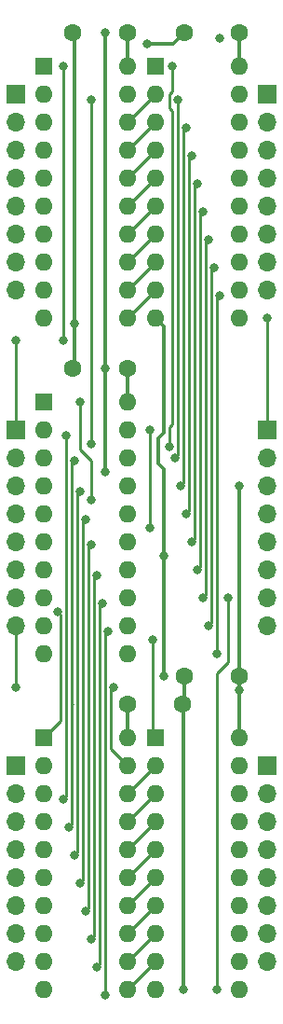
<source format=gbr>
%TF.GenerationSoftware,KiCad,Pcbnew,(5.1.8)-1*%
%TF.CreationDate,2022-06-03T11:47:02-06:00*%
%TF.ProjectId,Bus_Bridge,4275735f-4272-4696-9467-652e6b696361,rev?*%
%TF.SameCoordinates,Original*%
%TF.FileFunction,Copper,L2,Bot*%
%TF.FilePolarity,Positive*%
%FSLAX46Y46*%
G04 Gerber Fmt 4.6, Leading zero omitted, Abs format (unit mm)*
G04 Created by KiCad (PCBNEW (5.1.8)-1) date 2022-06-03 11:47:02*
%MOMM*%
%LPD*%
G01*
G04 APERTURE LIST*
%TA.AperFunction,ComponentPad*%
%ADD10O,1.700000X1.700000*%
%TD*%
%TA.AperFunction,ComponentPad*%
%ADD11R,1.700000X1.700000*%
%TD*%
%TA.AperFunction,ComponentPad*%
%ADD12O,1.600000X1.600000*%
%TD*%
%TA.AperFunction,ComponentPad*%
%ADD13R,1.600000X1.600000*%
%TD*%
%TA.AperFunction,ComponentPad*%
%ADD14C,1.600000*%
%TD*%
%TA.AperFunction,ViaPad*%
%ADD15C,0.800000*%
%TD*%
%TA.AperFunction,Conductor*%
%ADD16C,0.330200*%
%TD*%
%TA.AperFunction,Conductor*%
%ADD17C,0.250000*%
%TD*%
G04 APERTURE END LIST*
D10*
%TO.P,J6,8*%
%TO.N,/BUS_D7*%
X104140000Y-111760000D03*
%TO.P,J6,7*%
%TO.N,/BUS_D6*%
X104140000Y-109220000D03*
%TO.P,J6,6*%
%TO.N,/BUS_D5*%
X104140000Y-106680000D03*
%TO.P,J6,5*%
%TO.N,/BUS_D4*%
X104140000Y-104140000D03*
%TO.P,J6,4*%
%TO.N,/BUS_D3*%
X104140000Y-101600000D03*
%TO.P,J6,3*%
%TO.N,/BUS_D2*%
X104140000Y-99060000D03*
%TO.P,J6,2*%
%TO.N,/BUS_D1*%
X104140000Y-96520000D03*
D11*
%TO.P,J6,1*%
%TO.N,/BUS_D0*%
X104140000Y-93980000D03*
%TD*%
D10*
%TO.P,J5,8*%
%TO.N,/8_15_573_E*%
X104140000Y-142240000D03*
%TO.P,J5,7*%
%TO.N,/8_15_573_LATCH*%
X104140000Y-139700000D03*
%TO.P,J5,6*%
%TO.N,/GND*%
X104140000Y-137160000D03*
%TO.P,J5,5*%
%TO.N,Net-(J5-Pad5)*%
X104140000Y-134620000D03*
%TO.P,J5,4*%
%TO.N,Net-(J5-Pad4)*%
X104140000Y-132080000D03*
%TO.P,J5,3*%
%TO.N,/5+*%
X104140000Y-129540000D03*
%TO.P,J5,2*%
%TO.N,/0_7_573_E*%
X104140000Y-127000000D03*
D11*
%TO.P,J5,1*%
%TO.N,/0_7_573_LATCH*%
X104140000Y-124460000D03*
%TD*%
D10*
%TO.P,J4,8*%
%TO.N,/BUS_D15*%
X104140000Y-172720000D03*
%TO.P,J4,7*%
%TO.N,/BUS_D14*%
X104140000Y-170180000D03*
%TO.P,J4,6*%
%TO.N,/BUS_D13*%
X104140000Y-167640000D03*
%TO.P,J4,5*%
%TO.N,/BUS_D12*%
X104140000Y-165100000D03*
%TO.P,J4,4*%
%TO.N,/BUS_D11*%
X104140000Y-162560000D03*
%TO.P,J4,3*%
%TO.N,/BUS_D10*%
X104140000Y-160020000D03*
%TO.P,J4,2*%
%TO.N,/BUS_D9*%
X104140000Y-157480000D03*
D11*
%TO.P,J4,1*%
%TO.N,/BUS_D8*%
X104140000Y-154940000D03*
%TD*%
D10*
%TO.P,J3,8*%
%TO.N,/8_15_245_E*%
X81280000Y-142240000D03*
%TO.P,J3,7*%
%TO.N,/8_15_245_DIR*%
X81280000Y-139700000D03*
%TO.P,J3,6*%
%TO.N,/GND*%
X81280000Y-137160000D03*
%TO.P,J3,5*%
%TO.N,/BRIDGE_E*%
X81280000Y-134620000D03*
%TO.P,J3,4*%
%TO.N,/BRIDGE_DIR*%
X81280000Y-132080000D03*
%TO.P,J3,3*%
%TO.N,/5+*%
X81280000Y-129540000D03*
%TO.P,J3,2*%
%TO.N,/0_7_245_E*%
X81280000Y-127000000D03*
D11*
%TO.P,J3,1*%
%TO.N,/0_7_245_DIR*%
X81280000Y-124460000D03*
%TD*%
D10*
%TO.P,J2,8*%
%TO.N,/CPU_D15*%
X81280000Y-172720000D03*
%TO.P,J2,7*%
%TO.N,/CPU_D14*%
X81280000Y-170180000D03*
%TO.P,J2,6*%
%TO.N,/CPU_D13*%
X81280000Y-167640000D03*
%TO.P,J2,5*%
%TO.N,/CPU_D12*%
X81280000Y-165100000D03*
%TO.P,J2,4*%
%TO.N,/CPU_D11*%
X81280000Y-162560000D03*
%TO.P,J2,3*%
%TO.N,/CPU_D10*%
X81280000Y-160020000D03*
%TO.P,J2,2*%
%TO.N,/CPU_D9*%
X81280000Y-157480000D03*
D11*
%TO.P,J2,1*%
%TO.N,/CPU_D8*%
X81280000Y-154940000D03*
%TD*%
D10*
%TO.P,J1,8*%
%TO.N,/CPU_D7*%
X81280000Y-111760000D03*
%TO.P,J1,7*%
%TO.N,/CPU_D6*%
X81280000Y-109220000D03*
%TO.P,J1,6*%
%TO.N,/CPU_D5*%
X81280000Y-106680000D03*
%TO.P,J1,5*%
%TO.N,/CPU_D4*%
X81280000Y-104140000D03*
%TO.P,J1,4*%
%TO.N,/CPU_D3*%
X81280000Y-101600000D03*
%TO.P,J1,3*%
%TO.N,/CPU_D2*%
X81280000Y-99060000D03*
%TO.P,J1,2*%
%TO.N,/CPU_D1*%
X81280000Y-96520000D03*
D11*
%TO.P,J1,1*%
%TO.N,/CPU_D0*%
X81280000Y-93980000D03*
%TD*%
D12*
%TO.P,U5,20*%
%TO.N,/5+*%
X101600000Y-91440000D03*
%TO.P,U5,10*%
%TO.N,/GND*%
X93980000Y-114300000D03*
%TO.P,U5,19*%
%TO.N,/CPU_D0*%
X101600000Y-93980000D03*
%TO.P,U5,9*%
%TO.N,/BUS_D7*%
X93980000Y-111760000D03*
%TO.P,U5,18*%
%TO.N,/CPU_D1*%
X101600000Y-96520000D03*
%TO.P,U5,8*%
%TO.N,/BUS_D6*%
X93980000Y-109220000D03*
%TO.P,U5,17*%
%TO.N,/CPU_D2*%
X101600000Y-99060000D03*
%TO.P,U5,7*%
%TO.N,/BUS_D5*%
X93980000Y-106680000D03*
%TO.P,U5,16*%
%TO.N,/CPU_D3*%
X101600000Y-101600000D03*
%TO.P,U5,6*%
%TO.N,/BUS_D4*%
X93980000Y-104140000D03*
%TO.P,U5,15*%
%TO.N,/CPU_D4*%
X101600000Y-104140000D03*
%TO.P,U5,5*%
%TO.N,/BUS_D3*%
X93980000Y-101600000D03*
%TO.P,U5,14*%
%TO.N,/CPU_D5*%
X101600000Y-106680000D03*
%TO.P,U5,4*%
%TO.N,/BUS_D2*%
X93980000Y-99060000D03*
%TO.P,U5,13*%
%TO.N,/CPU_D6*%
X101600000Y-109220000D03*
%TO.P,U5,3*%
%TO.N,/BUS_D1*%
X93980000Y-96520000D03*
%TO.P,U5,12*%
%TO.N,/CPU_D7*%
X101600000Y-111760000D03*
%TO.P,U5,2*%
%TO.N,/BUS_D0*%
X93980000Y-93980000D03*
%TO.P,U5,11*%
%TO.N,/0_7_573_LATCH*%
X101600000Y-114300000D03*
D13*
%TO.P,U5,1*%
%TO.N,/0_7_573_E*%
X93980000Y-91440000D03*
%TD*%
D12*
%TO.P,U4,20*%
%TO.N,/5+*%
X101600000Y-152400000D03*
%TO.P,U4,10*%
%TO.N,/GND*%
X93980000Y-175260000D03*
%TO.P,U4,19*%
%TO.N,/CPU_D8*%
X101600000Y-154940000D03*
%TO.P,U4,9*%
%TO.N,/BUS_D15*%
X93980000Y-172720000D03*
%TO.P,U4,18*%
%TO.N,/CPU_D9*%
X101600000Y-157480000D03*
%TO.P,U4,8*%
%TO.N,/BUS_D14*%
X93980000Y-170180000D03*
%TO.P,U4,17*%
%TO.N,/CPU_D10*%
X101600000Y-160020000D03*
%TO.P,U4,7*%
%TO.N,/BUS_D13*%
X93980000Y-167640000D03*
%TO.P,U4,16*%
%TO.N,/CPU_D11*%
X101600000Y-162560000D03*
%TO.P,U4,6*%
%TO.N,/BUS_D12*%
X93980000Y-165100000D03*
%TO.P,U4,15*%
%TO.N,/CPU_D12*%
X101600000Y-165100000D03*
%TO.P,U4,5*%
%TO.N,/BUS_D11*%
X93980000Y-162560000D03*
%TO.P,U4,14*%
%TO.N,/CPU_D13*%
X101600000Y-167640000D03*
%TO.P,U4,4*%
%TO.N,/BUS_D10*%
X93980000Y-160020000D03*
%TO.P,U4,13*%
%TO.N,/CPU_D14*%
X101600000Y-170180000D03*
%TO.P,U4,3*%
%TO.N,/BUS_D9*%
X93980000Y-157480000D03*
%TO.P,U4,12*%
%TO.N,/CPU_D15*%
X101600000Y-172720000D03*
%TO.P,U4,2*%
%TO.N,/BUS_D8*%
X93980000Y-154940000D03*
%TO.P,U4,11*%
%TO.N,/8_15_573_LATCH*%
X101600000Y-175260000D03*
D13*
%TO.P,U4,1*%
%TO.N,/8_15_573_E*%
X93980000Y-152400000D03*
%TD*%
D12*
%TO.P,U3,20*%
%TO.N,/5+*%
X91440000Y-121920000D03*
%TO.P,U3,10*%
%TO.N,/GND*%
X83820000Y-144780000D03*
%TO.P,U3,19*%
%TO.N,/BRIDGE_E*%
X91440000Y-124460000D03*
%TO.P,U3,9*%
%TO.N,/BUS_D15*%
X83820000Y-142240000D03*
%TO.P,U3,18*%
%TO.N,/BUS_D0*%
X91440000Y-127000000D03*
%TO.P,U3,8*%
%TO.N,/BUS_D14*%
X83820000Y-139700000D03*
%TO.P,U3,17*%
%TO.N,/BUS_D1*%
X91440000Y-129540000D03*
%TO.P,U3,7*%
%TO.N,/BUS_D13*%
X83820000Y-137160000D03*
%TO.P,U3,16*%
%TO.N,/BUS_D2*%
X91440000Y-132080000D03*
%TO.P,U3,6*%
%TO.N,/BUS_D12*%
X83820000Y-134620000D03*
%TO.P,U3,15*%
%TO.N,/BUS_D3*%
X91440000Y-134620000D03*
%TO.P,U3,5*%
%TO.N,/BUS_D11*%
X83820000Y-132080000D03*
%TO.P,U3,14*%
%TO.N,/BUS_D4*%
X91440000Y-137160000D03*
%TO.P,U3,4*%
%TO.N,/BUS_D10*%
X83820000Y-129540000D03*
%TO.P,U3,13*%
%TO.N,/BUS_D5*%
X91440000Y-139700000D03*
%TO.P,U3,3*%
%TO.N,/BUS_D9*%
X83820000Y-127000000D03*
%TO.P,U3,12*%
%TO.N,/BUS_D6*%
X91440000Y-142240000D03*
%TO.P,U3,2*%
%TO.N,/BUS_D8*%
X83820000Y-124460000D03*
%TO.P,U3,11*%
%TO.N,/BUS_D7*%
X91440000Y-144780000D03*
D13*
%TO.P,U3,1*%
%TO.N,/BRIDGE_DIR*%
X83820000Y-121920000D03*
%TD*%
D12*
%TO.P,U2,20*%
%TO.N,/5+*%
X91440000Y-152400000D03*
%TO.P,U2,10*%
%TO.N,/GND*%
X83820000Y-175260000D03*
%TO.P,U2,19*%
%TO.N,/8_15_245_E*%
X91440000Y-154940000D03*
%TO.P,U2,9*%
%TO.N,/CPU_D15*%
X83820000Y-172720000D03*
%TO.P,U2,18*%
%TO.N,/BUS_D8*%
X91440000Y-157480000D03*
%TO.P,U2,8*%
%TO.N,/CPU_D14*%
X83820000Y-170180000D03*
%TO.P,U2,17*%
%TO.N,/BUS_D9*%
X91440000Y-160020000D03*
%TO.P,U2,7*%
%TO.N,/CPU_D13*%
X83820000Y-167640000D03*
%TO.P,U2,16*%
%TO.N,/BUS_D10*%
X91440000Y-162560000D03*
%TO.P,U2,6*%
%TO.N,/CPU_D12*%
X83820000Y-165100000D03*
%TO.P,U2,15*%
%TO.N,/BUS_D11*%
X91440000Y-165100000D03*
%TO.P,U2,5*%
%TO.N,/CPU_D11*%
X83820000Y-162560000D03*
%TO.P,U2,14*%
%TO.N,/BUS_D12*%
X91440000Y-167640000D03*
%TO.P,U2,4*%
%TO.N,/CPU_D10*%
X83820000Y-160020000D03*
%TO.P,U2,13*%
%TO.N,/BUS_D13*%
X91440000Y-170180000D03*
%TO.P,U2,3*%
%TO.N,/CPU_D9*%
X83820000Y-157480000D03*
%TO.P,U2,12*%
%TO.N,/BUS_D14*%
X91440000Y-172720000D03*
%TO.P,U2,2*%
%TO.N,/CPU_D8*%
X83820000Y-154940000D03*
%TO.P,U2,11*%
%TO.N,/BUS_D15*%
X91440000Y-175260000D03*
D13*
%TO.P,U2,1*%
%TO.N,/8_15_245_DIR*%
X83820000Y-152400000D03*
%TD*%
D12*
%TO.P,U1,20*%
%TO.N,/5+*%
X91440000Y-91440000D03*
%TO.P,U1,10*%
%TO.N,/GND*%
X83820000Y-114300000D03*
%TO.P,U1,19*%
%TO.N,/0_7_245_E*%
X91440000Y-93980000D03*
%TO.P,U1,9*%
%TO.N,/CPU_D7*%
X83820000Y-111760000D03*
%TO.P,U1,18*%
%TO.N,/BUS_D0*%
X91440000Y-96520000D03*
%TO.P,U1,8*%
%TO.N,/CPU_D6*%
X83820000Y-109220000D03*
%TO.P,U1,17*%
%TO.N,/BUS_D1*%
X91440000Y-99060000D03*
%TO.P,U1,7*%
%TO.N,/CPU_D5*%
X83820000Y-106680000D03*
%TO.P,U1,16*%
%TO.N,/BUS_D2*%
X91440000Y-101600000D03*
%TO.P,U1,6*%
%TO.N,/CPU_D4*%
X83820000Y-104140000D03*
%TO.P,U1,15*%
%TO.N,/BUS_D3*%
X91440000Y-104140000D03*
%TO.P,U1,5*%
%TO.N,/CPU_D3*%
X83820000Y-101600000D03*
%TO.P,U1,14*%
%TO.N,/BUS_D4*%
X91440000Y-106680000D03*
%TO.P,U1,4*%
%TO.N,/CPU_D2*%
X83820000Y-99060000D03*
%TO.P,U1,13*%
%TO.N,/BUS_D5*%
X91440000Y-109220000D03*
%TO.P,U1,3*%
%TO.N,/CPU_D1*%
X83820000Y-96520000D03*
%TO.P,U1,12*%
%TO.N,/BUS_D6*%
X91440000Y-111760000D03*
%TO.P,U1,2*%
%TO.N,/CPU_D0*%
X83820000Y-93980000D03*
%TO.P,U1,11*%
%TO.N,/BUS_D7*%
X91440000Y-114300000D03*
D13*
%TO.P,U1,1*%
%TO.N,/0_7_245_DIR*%
X83820000Y-91440000D03*
%TD*%
D14*
%TO.P,C5,2*%
%TO.N,/GND*%
X96600000Y-88392000D03*
%TO.P,C5,1*%
%TO.N,/5+*%
X101600000Y-88392000D03*
%TD*%
%TO.P,C4,2*%
%TO.N,/GND*%
X96600000Y-146812000D03*
%TO.P,C4,1*%
%TO.N,/5+*%
X101600000Y-146812000D03*
%TD*%
%TO.P,C3,2*%
%TO.N,/GND*%
X86440000Y-118872000D03*
%TO.P,C3,1*%
%TO.N,/5+*%
X91440000Y-118872000D03*
%TD*%
%TO.P,C2,2*%
%TO.N,/GND*%
X96440000Y-149352000D03*
%TO.P,C2,1*%
%TO.N,/5+*%
X91440000Y-149352000D03*
%TD*%
%TO.P,C1,2*%
%TO.N,/GND*%
X86440000Y-88392000D03*
%TO.P,C1,1*%
%TO.N,/5+*%
X91440000Y-88392000D03*
%TD*%
D15*
%TO.N,/GND*%
X93218000Y-89408000D03*
X86614000Y-114808000D03*
X94742000Y-146812000D03*
X94742000Y-135890000D03*
X96520000Y-175260000D03*
%TO.N,/5+*%
X99822000Y-88900000D03*
X89408000Y-128270000D03*
X89408000Y-88392000D03*
X89408000Y-118872000D03*
X101600000Y-148082000D03*
X101600000Y-129540000D03*
%TO.N,/8_15_245_DIR*%
X85090000Y-140970000D03*
%TO.N,/BRIDGE_E*%
X93472000Y-133350000D03*
X93472000Y-124460000D03*
%TO.N,/BRIDGE_DIR*%
X88138000Y-130810000D03*
X87122000Y-121920000D03*
%TO.N,/0_7_245_E*%
X88138000Y-94488000D03*
X88138000Y-125730000D03*
%TO.N,/0_7_245_DIR*%
X85598000Y-91440000D03*
X85598000Y-116332000D03*
X81280000Y-116332000D03*
%TO.N,/BUS_D14*%
X88646000Y-173228000D03*
X89154000Y-140208000D03*
%TO.N,/BUS_D13*%
X88138000Y-170688000D03*
X88646000Y-137668000D03*
%TO.N,/BUS_D12*%
X87630000Y-168148000D03*
X88138000Y-134874000D03*
%TO.N,/BUS_D11*%
X87122000Y-165608000D03*
X87630000Y-132588000D03*
%TO.N,/BUS_D10*%
X86614000Y-163068000D03*
X87122000Y-130048000D03*
%TO.N,/BUS_D9*%
X86106000Y-160528000D03*
X86614000Y-127254000D03*
%TO.N,/BUS_D8*%
X85598000Y-157988000D03*
X85852000Y-124968000D03*
%TO.N,/8_15_573_LATCH*%
X100584000Y-139700000D03*
X99568000Y-175260000D03*
%TO.N,/0_7_573_E*%
X95504000Y-91440000D03*
X95250000Y-125984000D03*
%TO.N,/0_7_573_LATCH*%
X104140000Y-114300000D03*
%TO.N,/BUS_D6*%
X99314000Y-109728000D03*
X98806000Y-142240000D03*
%TO.N,/BUS_D5*%
X98806000Y-107188000D03*
X98298000Y-139700000D03*
%TO.N,/BUS_D4*%
X98298000Y-104648000D03*
X97790000Y-137160000D03*
%TO.N,/BUS_D3*%
X97790000Y-102108000D03*
X97282000Y-134620000D03*
%TO.N,/BUS_D2*%
X97282000Y-99568000D03*
X96774000Y-132080000D03*
%TO.N,/BUS_D1*%
X96774000Y-97028000D03*
X96266000Y-129540000D03*
%TO.N,/BUS_D0*%
X96012000Y-94488000D03*
X95758000Y-127000000D03*
%TO.N,/BUS_D7*%
X99822000Y-112268000D03*
X99568000Y-144780000D03*
%TO.N,/8_15_245_E*%
X90170000Y-147828000D03*
X81280000Y-147828000D03*
%TO.N,/BUS_D15*%
X89408000Y-175768000D03*
X89662000Y-142748000D03*
%TO.N,/8_15_573_E*%
X93726000Y-143510000D03*
%TD*%
D16*
%TO.N,/GND*%
X96600000Y-88392000D02*
X96520000Y-88392000D01*
X86440000Y-88392000D02*
X86360000Y-88392000D01*
X96600000Y-88392000D02*
X95584000Y-89408000D01*
X95584000Y-89408000D02*
X93218000Y-89408000D01*
X86614000Y-88994000D02*
X86614000Y-114808000D01*
X86440000Y-88820000D02*
X86614000Y-88994000D01*
X86614000Y-118698000D02*
X86440000Y-118872000D01*
X86440000Y-88392000D02*
X86440000Y-88820000D01*
X86614000Y-114808000D02*
X86614000Y-118698000D01*
X96600000Y-149192000D02*
X96440000Y-149352000D01*
X96600000Y-146812000D02*
X96600000Y-149192000D01*
X96440000Y-149352000D02*
X96440000Y-149526000D01*
X96440000Y-149526000D02*
X96520000Y-149606000D01*
X96520000Y-149606000D02*
X96520000Y-175260000D01*
X94742000Y-128016000D02*
X94742000Y-146812000D01*
X94234000Y-127508000D02*
X94742000Y-128016000D01*
X94234000Y-125222000D02*
X94234000Y-127508000D01*
X94742000Y-124714000D02*
X94234000Y-125222000D01*
X94742000Y-115062000D02*
X94742000Y-124714000D01*
X93980000Y-114300000D02*
X94742000Y-115062000D01*
%TO.N,/5+*%
X91440000Y-88392000D02*
X91440000Y-91440000D01*
X101600000Y-88392000D02*
X101600000Y-91440000D01*
X89408000Y-128270000D02*
X89408000Y-88392000D01*
X91440000Y-118872000D02*
X91440000Y-121920000D01*
X101600000Y-146812000D02*
X101600000Y-148082000D01*
X91440000Y-149352000D02*
X91440000Y-152400000D01*
X101600000Y-148082000D02*
X101600000Y-152400000D01*
X101600000Y-146812000D02*
X101600000Y-129540000D01*
D17*
%TO.N,/8_15_245_DIR*%
X85344000Y-150876000D02*
X83820000Y-152400000D01*
X85344000Y-141224000D02*
X85344000Y-150876000D01*
X85090000Y-140970000D02*
X85344000Y-141224000D01*
%TO.N,/BRIDGE_E*%
X93472000Y-133350000D02*
X93472000Y-124460000D01*
%TO.N,/BRIDGE_DIR*%
X88138000Y-130810000D02*
X88138000Y-127254000D01*
X88138000Y-127254000D02*
X87122000Y-126238000D01*
X87122000Y-126238000D02*
X87122000Y-121920000D01*
%TO.N,/0_7_245_E*%
X88138000Y-125730000D02*
X88138000Y-94488000D01*
%TO.N,/0_7_245_DIR*%
X81280000Y-124460000D02*
X81280000Y-116332000D01*
X85598000Y-91440000D02*
X85598000Y-116332000D01*
%TO.N,/BUS_D14*%
X93980000Y-170180000D02*
X91440000Y-172720000D01*
X88900000Y-140462000D02*
X89154000Y-140208000D01*
X88900000Y-172974000D02*
X88900000Y-140462000D01*
%TO.N,/BUS_D13*%
X93980000Y-167640000D02*
X91440000Y-170180000D01*
X88392000Y-137922000D02*
X88392000Y-170434000D01*
X88646000Y-137668000D02*
X88392000Y-137922000D01*
%TO.N,/BUS_D12*%
X93980000Y-165100000D02*
X91440000Y-167640000D01*
X87884000Y-135128000D02*
X88138000Y-134874000D01*
X87884000Y-167894000D02*
X87884000Y-135128000D01*
%TO.N,/BUS_D11*%
X93980000Y-162560000D02*
X91440000Y-165100000D01*
X87376000Y-132842000D02*
X87630000Y-132588000D01*
X87376000Y-165354000D02*
X87376000Y-132842000D01*
%TO.N,/BUS_D10*%
X93980000Y-160020000D02*
X91440000Y-162560000D01*
X86868000Y-130302000D02*
X86868000Y-162814000D01*
X87122000Y-130048000D02*
X86868000Y-130302000D01*
%TO.N,/BUS_D9*%
X93980000Y-157480000D02*
X91440000Y-160020000D01*
X86360000Y-149272000D02*
X86417989Y-149329989D01*
X86417989Y-149329989D02*
X86417989Y-149352000D01*
X86417989Y-149352000D02*
X86360000Y-149352000D01*
X86360000Y-160274000D02*
X86360000Y-127508000D01*
X86360000Y-127508000D02*
X86614000Y-127254000D01*
%TO.N,/BUS_D8*%
X93980000Y-154940000D02*
X91440000Y-157480000D01*
X85852000Y-157734000D02*
X85852000Y-124968000D01*
%TO.N,/8_15_573_LATCH*%
X100584000Y-139700000D02*
X100584000Y-145542000D01*
X100584000Y-145542000D02*
X99568000Y-146558000D01*
X99568000Y-146558000D02*
X99568000Y-175260000D01*
%TO.N,/0_7_573_E*%
X95250000Y-124206000D02*
X95250000Y-125984000D01*
X95504000Y-123952000D02*
X95250000Y-124206000D01*
X95504000Y-95504000D02*
X95504000Y-123952000D01*
X95250000Y-95250000D02*
X95504000Y-95504000D01*
X95250000Y-93980000D02*
X95250000Y-95250000D01*
X95504000Y-93726000D02*
X95250000Y-93980000D01*
X95504000Y-91440000D02*
X95504000Y-93726000D01*
%TO.N,/0_7_573_LATCH*%
X104140000Y-124460000D02*
X104140000Y-114300000D01*
%TO.N,/BUS_D6*%
X93980000Y-109220000D02*
X91440000Y-111760000D01*
X99060000Y-141986000D02*
X99060000Y-109982000D01*
X98806000Y-142240000D02*
X99060000Y-141986000D01*
%TO.N,/BUS_D5*%
X93980000Y-106680000D02*
X91440000Y-109220000D01*
X98552000Y-139446000D02*
X98298000Y-139700000D01*
X98552000Y-107442000D02*
X98552000Y-139446000D01*
%TO.N,/BUS_D4*%
X93980000Y-104140000D02*
X91440000Y-106680000D01*
X98044000Y-136906000D02*
X97790000Y-137160000D01*
X98044000Y-104902000D02*
X98044000Y-136906000D01*
%TO.N,/BUS_D3*%
X93980000Y-101600000D02*
X91440000Y-104140000D01*
X97536000Y-134366000D02*
X97536000Y-102362000D01*
X97282000Y-134620000D02*
X97536000Y-134366000D01*
%TO.N,/BUS_D2*%
X93980000Y-99060000D02*
X91440000Y-101600000D01*
X97028000Y-131826000D02*
X97028000Y-99822000D01*
X96774000Y-132080000D02*
X97028000Y-131826000D01*
%TO.N,/BUS_D1*%
X93980000Y-96520000D02*
X91440000Y-99060000D01*
X96520000Y-129286000D02*
X96266000Y-129540000D01*
X96520000Y-97282000D02*
X96520000Y-129286000D01*
%TO.N,/BUS_D0*%
X93980000Y-93980000D02*
X91440000Y-96520000D01*
X96012000Y-126746000D02*
X95758000Y-127000000D01*
X96012000Y-94488000D02*
X96012000Y-126746000D01*
%TO.N,/BUS_D7*%
X93980000Y-111760000D02*
X91440000Y-114300000D01*
X99822000Y-112268000D02*
X99568000Y-112522000D01*
X99568000Y-112522000D02*
X99568000Y-144780000D01*
%TO.N,/8_15_245_E*%
X91440000Y-154940000D02*
X89916000Y-153416000D01*
X89916000Y-153416000D02*
X89916000Y-148082000D01*
X89916000Y-148082000D02*
X90170000Y-147828000D01*
X81280000Y-142240000D02*
X81280000Y-147828000D01*
%TO.N,/BUS_D15*%
X93980000Y-172720000D02*
X91440000Y-175260000D01*
X89408000Y-143002000D02*
X89662000Y-142748000D01*
X89408000Y-175768000D02*
X89408000Y-143002000D01*
%TO.N,/8_15_573_E*%
X93980000Y-152400000D02*
X93726000Y-152146000D01*
X93726000Y-152146000D02*
X93726000Y-143510000D01*
%TD*%
M02*

</source>
